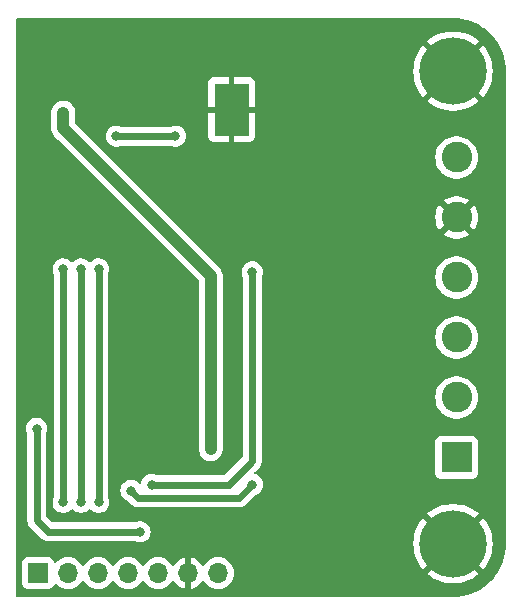
<source format=gbr>
%TF.GenerationSoftware,KiCad,Pcbnew,8.0.4*%
%TF.CreationDate,2024-07-28T20:40:06+02:00*%
%TF.ProjectId,DCWiFiSwitch,44435769-4669-4537-9769-7463682e6b69,rev?*%
%TF.SameCoordinates,Original*%
%TF.FileFunction,Copper,L2,Bot*%
%TF.FilePolarity,Positive*%
%FSLAX46Y46*%
G04 Gerber Fmt 4.6, Leading zero omitted, Abs format (unit mm)*
G04 Created by KiCad (PCBNEW 8.0.4) date 2024-07-28 20:40:06*
%MOMM*%
%LPD*%
G01*
G04 APERTURE LIST*
%TA.AperFunction,ComponentPad*%
%ADD10C,5.700000*%
%TD*%
%TA.AperFunction,ComponentPad*%
%ADD11C,0.600000*%
%TD*%
%TA.AperFunction,SMDPad,CuDef*%
%ADD12R,2.950000X4.500000*%
%TD*%
%TA.AperFunction,ComponentPad*%
%ADD13R,2.600000X2.600000*%
%TD*%
%TA.AperFunction,ComponentPad*%
%ADD14C,2.600000*%
%TD*%
%TA.AperFunction,ComponentPad*%
%ADD15R,1.700000X1.700000*%
%TD*%
%TA.AperFunction,ComponentPad*%
%ADD16O,1.700000X1.700000*%
%TD*%
%TA.AperFunction,ViaPad*%
%ADD17C,0.800000*%
%TD*%
%TA.AperFunction,Conductor*%
%ADD18C,0.600000*%
%TD*%
%TA.AperFunction,Conductor*%
%ADD19C,1.000000*%
%TD*%
G04 APERTURE END LIST*
D10*
%TO.P,H3,1,1*%
%TO.N,GND*%
X135000000Y-45000000D03*
%TD*%
%TO.P,H4,1,1*%
%TO.N,GND*%
X135000000Y-85000000D03*
%TD*%
D11*
%TO.P,U1,9,GNDPAD*%
%TO.N,GND*%
X115650000Y-46450000D03*
X115650000Y-47650000D03*
X115650000Y-48950000D03*
X115650000Y-50050000D03*
D12*
X116250000Y-48250000D03*
D11*
X116850000Y-46450000D03*
X116850000Y-47650000D03*
X116850000Y-48950000D03*
X116850000Y-50050000D03*
%TD*%
D13*
%TO.P,J1,1,Pin_1*%
%TO.N,OUT2_N*%
X135305000Y-77700000D03*
D14*
%TO.P,J1,2,Pin_2*%
%TO.N,OUT2_P*%
X135305000Y-72620000D03*
%TO.P,J1,3,Pin_3*%
%TO.N,OUT1_N*%
X135305000Y-67540000D03*
%TO.P,J1,4,Pin_4*%
%TO.N,OUT1_P*%
X135305000Y-62460000D03*
%TO.P,J1,5,Pin_5*%
%TO.N,GND*%
X135305000Y-57380000D03*
%TO.P,J1,6,Pin_6*%
%TO.N,PWR_INPUT*%
X135305000Y-52300000D03*
%TD*%
D15*
%TO.P,J2,1,Pin_1*%
%TO.N,ADC*%
X99880000Y-87500000D03*
D16*
%TO.P,J2,2,Pin_2*%
%TO.N,TXD*%
X102420000Y-87500000D03*
%TO.P,J2,3,Pin_3*%
%TO.N,RXD*%
X104960000Y-87500000D03*
%TO.P,J2,4,Pin_4*%
%TO.N,BOOT*%
X107500000Y-87500000D03*
%TO.P,J2,5,Pin_5*%
%TO.N,NRST*%
X110040000Y-87500000D03*
%TO.P,J2,6,Pin_6*%
%TO.N,GND*%
X112580000Y-87500000D03*
%TO.P,J2,7,Pin_7*%
%TO.N,+3V3*%
X115120000Y-87500000D03*
%TD*%
D17*
%TO.N,GND*%
X98500000Y-76500000D03*
X131500000Y-62500000D03*
X138000000Y-81500000D03*
X131500000Y-76500000D03*
X98750000Y-54000000D03*
X130000000Y-88500000D03*
X115500000Y-54500000D03*
X120500000Y-78000000D03*
X98750000Y-85000000D03*
X109000000Y-60750000D03*
X110000000Y-75000000D03*
X105500000Y-41500000D03*
X138000000Y-49000000D03*
X131500000Y-66500000D03*
X109000000Y-69250000D03*
X124000000Y-44500000D03*
X123500000Y-80000000D03*
X99000000Y-62500000D03*
X99000000Y-69250000D03*
X130500000Y-68500000D03*
X133000000Y-55500000D03*
X113750000Y-85000000D03*
X116500000Y-53000000D03*
X109000000Y-67500000D03*
X131500000Y-77500000D03*
X131500000Y-67500000D03*
X120500000Y-60000000D03*
X124500000Y-89000000D03*
X109500000Y-78500000D03*
X104750000Y-50500000D03*
X99000000Y-67500000D03*
X99000000Y-65000000D03*
X125500000Y-56000000D03*
X108000000Y-47500000D03*
X109000000Y-62500000D03*
X123500000Y-59000000D03*
X132000000Y-88500000D03*
X125500000Y-74000000D03*
X123500000Y-62000000D03*
X125500000Y-71000000D03*
X132500000Y-54000000D03*
X131500000Y-55500000D03*
X124000000Y-42000000D03*
X109500000Y-76500000D03*
X100500000Y-41500000D03*
X130500000Y-84500000D03*
X125500000Y-53000000D03*
X131500000Y-61500000D03*
X123500000Y-77000000D03*
%TO.N,+3V3*%
X102000000Y-50000000D03*
X114500000Y-77000000D03*
X114500000Y-75000000D03*
X102000000Y-48500000D03*
%TO.N,TXD*%
X102000000Y-61750000D03*
X102000000Y-81500000D03*
%TO.N,BOOT*%
X105000000Y-61750000D03*
X105000000Y-81500000D03*
%TO.N,RXD*%
X103500000Y-81500000D03*
X103500000Y-61750000D03*
%TO.N,NRST*%
X99750000Y-75250000D03*
X108500000Y-84000000D03*
%TO.N,Net-(U1-VSENSE)*%
X106500000Y-50500000D03*
X111500000Y-50500000D03*
%TO.N,CTRL1*%
X109500000Y-80000000D03*
X118000000Y-62000000D03*
%TO.N,CTRL2*%
X118000000Y-80000000D03*
X107750000Y-80500000D03*
%TD*%
D18*
%TO.N,NRST*%
X99750000Y-83000000D02*
X100750000Y-84000000D01*
X99750000Y-75250000D02*
X99750000Y-83000000D01*
D19*
%TO.N,+3V3*%
X102000000Y-48500000D02*
X102000000Y-49838478D01*
X102000000Y-49838478D02*
X114500000Y-62338478D01*
X114500000Y-62338478D02*
X114500000Y-77000000D01*
D18*
X102000000Y-50000000D02*
X102000000Y-50055635D01*
%TO.N,TXD*%
X102000000Y-61750000D02*
X102000000Y-81500000D01*
%TO.N,BOOT*%
X105000000Y-61750000D02*
X105000000Y-81500000D01*
%TO.N,RXD*%
X103500000Y-61750000D02*
X103500000Y-81500000D01*
%TO.N,NRST*%
X108500000Y-84000000D02*
X100750000Y-84000000D01*
%TO.N,Net-(U1-VSENSE)*%
X106500000Y-50500000D02*
X111500000Y-50500000D01*
%TO.N,CTRL1*%
X116000000Y-80000000D02*
X118000000Y-78000000D01*
X116000000Y-80000000D02*
X109500000Y-80000000D01*
X118000000Y-78000000D02*
X118000000Y-62000000D01*
%TO.N,CTRL2*%
X108350000Y-81100000D02*
X116900000Y-81100000D01*
X116900000Y-81100000D02*
X118000000Y-80000000D01*
X108350000Y-81100000D02*
X107750000Y-80500000D01*
%TD*%
%TA.AperFunction,Conductor*%
%TO.N,GND*%
G36*
X135002702Y-40500617D02*
G01*
X135386771Y-40517386D01*
X135397506Y-40518326D01*
X135775971Y-40568152D01*
X135786597Y-40570025D01*
X136159284Y-40652648D01*
X136169710Y-40655442D01*
X136533765Y-40770227D01*
X136543911Y-40773920D01*
X136896578Y-40920000D01*
X136906369Y-40924566D01*
X137244942Y-41100816D01*
X137254310Y-41106224D01*
X137576244Y-41311318D01*
X137585105Y-41317523D01*
X137887930Y-41549889D01*
X137896217Y-41556843D01*
X138177635Y-41814715D01*
X138185284Y-41822364D01*
X138443156Y-42103782D01*
X138450110Y-42112069D01*
X138682476Y-42414894D01*
X138688681Y-42423755D01*
X138893775Y-42745689D01*
X138899183Y-42755057D01*
X139075430Y-43093623D01*
X139080002Y-43103427D01*
X139226075Y-43456078D01*
X139229775Y-43466244D01*
X139344554Y-43830278D01*
X139347354Y-43840727D01*
X139429971Y-44213389D01*
X139431849Y-44224042D01*
X139481671Y-44602473D01*
X139482614Y-44613249D01*
X139499382Y-44997297D01*
X139499500Y-45002706D01*
X139499500Y-84997293D01*
X139499382Y-85002702D01*
X139482614Y-85386750D01*
X139481671Y-85397526D01*
X139431849Y-85775957D01*
X139429971Y-85786610D01*
X139347354Y-86159272D01*
X139344554Y-86169721D01*
X139229775Y-86533755D01*
X139226075Y-86543921D01*
X139080002Y-86896572D01*
X139075430Y-86906376D01*
X138899183Y-87244942D01*
X138893775Y-87254310D01*
X138688681Y-87576244D01*
X138682476Y-87585105D01*
X138450110Y-87887930D01*
X138443156Y-87896217D01*
X138185284Y-88177635D01*
X138177635Y-88185284D01*
X137896217Y-88443156D01*
X137887930Y-88450110D01*
X137585105Y-88682476D01*
X137576244Y-88688681D01*
X137254310Y-88893775D01*
X137244942Y-88899183D01*
X136906376Y-89075430D01*
X136896572Y-89080002D01*
X136543921Y-89226075D01*
X136533755Y-89229775D01*
X136169721Y-89344554D01*
X136159272Y-89347354D01*
X135786610Y-89429971D01*
X135775957Y-89431849D01*
X135397526Y-89481671D01*
X135386750Y-89482614D01*
X135002703Y-89499382D01*
X134997294Y-89499500D01*
X98124000Y-89499500D01*
X98056961Y-89479815D01*
X98011206Y-89427011D01*
X98000000Y-89375500D01*
X98000000Y-86602135D01*
X98529500Y-86602135D01*
X98529500Y-88397870D01*
X98529501Y-88397876D01*
X98535908Y-88457483D01*
X98586202Y-88592328D01*
X98586206Y-88592335D01*
X98672452Y-88707544D01*
X98672455Y-88707547D01*
X98787664Y-88793793D01*
X98787671Y-88793797D01*
X98922517Y-88844091D01*
X98922516Y-88844091D01*
X98929444Y-88844835D01*
X98982127Y-88850500D01*
X100777872Y-88850499D01*
X100837483Y-88844091D01*
X100972331Y-88793796D01*
X101087546Y-88707546D01*
X101173796Y-88592331D01*
X101222810Y-88460916D01*
X101264681Y-88404984D01*
X101330145Y-88380566D01*
X101398418Y-88395417D01*
X101426673Y-88416569D01*
X101548599Y-88538495D01*
X101645384Y-88606265D01*
X101742165Y-88674032D01*
X101742167Y-88674033D01*
X101742170Y-88674035D01*
X101956337Y-88773903D01*
X102184592Y-88835063D01*
X102361034Y-88850500D01*
X102419999Y-88855659D01*
X102420000Y-88855659D01*
X102420001Y-88855659D01*
X102478966Y-88850500D01*
X102655408Y-88835063D01*
X102883663Y-88773903D01*
X103097830Y-88674035D01*
X103291401Y-88538495D01*
X103458495Y-88371401D01*
X103588425Y-88185842D01*
X103643002Y-88142217D01*
X103712500Y-88135023D01*
X103774855Y-88166546D01*
X103791575Y-88185842D01*
X103921500Y-88371395D01*
X103921505Y-88371401D01*
X104088599Y-88538495D01*
X104185384Y-88606265D01*
X104282165Y-88674032D01*
X104282167Y-88674033D01*
X104282170Y-88674035D01*
X104496337Y-88773903D01*
X104724592Y-88835063D01*
X104901034Y-88850500D01*
X104959999Y-88855659D01*
X104960000Y-88855659D01*
X104960001Y-88855659D01*
X105018966Y-88850500D01*
X105195408Y-88835063D01*
X105423663Y-88773903D01*
X105637830Y-88674035D01*
X105831401Y-88538495D01*
X105998495Y-88371401D01*
X106128425Y-88185842D01*
X106183002Y-88142217D01*
X106252500Y-88135023D01*
X106314855Y-88166546D01*
X106331575Y-88185842D01*
X106461500Y-88371395D01*
X106461505Y-88371401D01*
X106628599Y-88538495D01*
X106725384Y-88606265D01*
X106822165Y-88674032D01*
X106822167Y-88674033D01*
X106822170Y-88674035D01*
X107036337Y-88773903D01*
X107264592Y-88835063D01*
X107441034Y-88850500D01*
X107499999Y-88855659D01*
X107500000Y-88855659D01*
X107500001Y-88855659D01*
X107558966Y-88850500D01*
X107735408Y-88835063D01*
X107963663Y-88773903D01*
X108177830Y-88674035D01*
X108371401Y-88538495D01*
X108538495Y-88371401D01*
X108668425Y-88185842D01*
X108723002Y-88142217D01*
X108792500Y-88135023D01*
X108854855Y-88166546D01*
X108871575Y-88185842D01*
X109001500Y-88371395D01*
X109001505Y-88371401D01*
X109168599Y-88538495D01*
X109265384Y-88606265D01*
X109362165Y-88674032D01*
X109362167Y-88674033D01*
X109362170Y-88674035D01*
X109576337Y-88773903D01*
X109804592Y-88835063D01*
X109981034Y-88850500D01*
X110039999Y-88855659D01*
X110040000Y-88855659D01*
X110040001Y-88855659D01*
X110098966Y-88850500D01*
X110275408Y-88835063D01*
X110503663Y-88773903D01*
X110717830Y-88674035D01*
X110911401Y-88538495D01*
X111078495Y-88371401D01*
X111208730Y-88185405D01*
X111263307Y-88141781D01*
X111332805Y-88134587D01*
X111395160Y-88166110D01*
X111411879Y-88185405D01*
X111541890Y-88371078D01*
X111708917Y-88538105D01*
X111902421Y-88673600D01*
X112116507Y-88773429D01*
X112116516Y-88773433D01*
X112330000Y-88830634D01*
X112330000Y-87933012D01*
X112387007Y-87965925D01*
X112514174Y-88000000D01*
X112645826Y-88000000D01*
X112772993Y-87965925D01*
X112830000Y-87933012D01*
X112830000Y-88830633D01*
X113043483Y-88773433D01*
X113043492Y-88773429D01*
X113257578Y-88673600D01*
X113451082Y-88538105D01*
X113618105Y-88371082D01*
X113748119Y-88185405D01*
X113802696Y-88141781D01*
X113872195Y-88134588D01*
X113934549Y-88166110D01*
X113951269Y-88185405D01*
X114081505Y-88371401D01*
X114248599Y-88538495D01*
X114345384Y-88606265D01*
X114442165Y-88674032D01*
X114442167Y-88674033D01*
X114442170Y-88674035D01*
X114656337Y-88773903D01*
X114884592Y-88835063D01*
X115061034Y-88850500D01*
X115119999Y-88855659D01*
X115120000Y-88855659D01*
X115120001Y-88855659D01*
X115178966Y-88850500D01*
X115355408Y-88835063D01*
X115583663Y-88773903D01*
X115797830Y-88674035D01*
X115991401Y-88538495D01*
X116158495Y-88371401D01*
X116294035Y-88177830D01*
X116393903Y-87963663D01*
X116455063Y-87735408D01*
X116475659Y-87500000D01*
X116455063Y-87264592D01*
X116393903Y-87036337D01*
X116294035Y-86822171D01*
X116288731Y-86814595D01*
X116158494Y-86628597D01*
X115991402Y-86461506D01*
X115991395Y-86461501D01*
X115797834Y-86325967D01*
X115797830Y-86325965D01*
X115797828Y-86325964D01*
X115583663Y-86226097D01*
X115583659Y-86226096D01*
X115583655Y-86226094D01*
X115355413Y-86164938D01*
X115355403Y-86164936D01*
X115120001Y-86144341D01*
X115119999Y-86144341D01*
X114884596Y-86164936D01*
X114884586Y-86164938D01*
X114656344Y-86226094D01*
X114656335Y-86226098D01*
X114442171Y-86325964D01*
X114442169Y-86325965D01*
X114248597Y-86461505D01*
X114081508Y-86628594D01*
X113951269Y-86814595D01*
X113896692Y-86858219D01*
X113827193Y-86865412D01*
X113764839Y-86833890D01*
X113748119Y-86814594D01*
X113618113Y-86628926D01*
X113618108Y-86628920D01*
X113451082Y-86461894D01*
X113257578Y-86326399D01*
X113043492Y-86226570D01*
X113043486Y-86226567D01*
X112830000Y-86169364D01*
X112830000Y-87066988D01*
X112772993Y-87034075D01*
X112645826Y-87000000D01*
X112514174Y-87000000D01*
X112387007Y-87034075D01*
X112330000Y-87066988D01*
X112330000Y-86169364D01*
X112329999Y-86169364D01*
X112116513Y-86226567D01*
X112116507Y-86226570D01*
X111902422Y-86326399D01*
X111902420Y-86326400D01*
X111708926Y-86461886D01*
X111708920Y-86461891D01*
X111541891Y-86628920D01*
X111541890Y-86628922D01*
X111411880Y-86814595D01*
X111357303Y-86858219D01*
X111287804Y-86865412D01*
X111225450Y-86833890D01*
X111208730Y-86814594D01*
X111078494Y-86628597D01*
X110911402Y-86461506D01*
X110911395Y-86461501D01*
X110717834Y-86325967D01*
X110717830Y-86325965D01*
X110717828Y-86325964D01*
X110503663Y-86226097D01*
X110503659Y-86226096D01*
X110503655Y-86226094D01*
X110275413Y-86164938D01*
X110275403Y-86164936D01*
X110040001Y-86144341D01*
X110039999Y-86144341D01*
X109804596Y-86164936D01*
X109804586Y-86164938D01*
X109576344Y-86226094D01*
X109576335Y-86226098D01*
X109362171Y-86325964D01*
X109362169Y-86325965D01*
X109168597Y-86461505D01*
X109001505Y-86628597D01*
X108871575Y-86814158D01*
X108816998Y-86857783D01*
X108747500Y-86864977D01*
X108685145Y-86833454D01*
X108668425Y-86814158D01*
X108538494Y-86628597D01*
X108371402Y-86461506D01*
X108371395Y-86461501D01*
X108177834Y-86325967D01*
X108177830Y-86325965D01*
X108177828Y-86325964D01*
X107963663Y-86226097D01*
X107963659Y-86226096D01*
X107963655Y-86226094D01*
X107735413Y-86164938D01*
X107735403Y-86164936D01*
X107500001Y-86144341D01*
X107499999Y-86144341D01*
X107264596Y-86164936D01*
X107264586Y-86164938D01*
X107036344Y-86226094D01*
X107036335Y-86226098D01*
X106822171Y-86325964D01*
X106822169Y-86325965D01*
X106628597Y-86461505D01*
X106461505Y-86628597D01*
X106331575Y-86814158D01*
X106276998Y-86857783D01*
X106207500Y-86864977D01*
X106145145Y-86833454D01*
X106128425Y-86814158D01*
X105998494Y-86628597D01*
X105831402Y-86461506D01*
X105831395Y-86461501D01*
X105637834Y-86325967D01*
X105637830Y-86325965D01*
X105637828Y-86325964D01*
X105423663Y-86226097D01*
X105423659Y-86226096D01*
X105423655Y-86226094D01*
X105195413Y-86164938D01*
X105195403Y-86164936D01*
X104960001Y-86144341D01*
X104959999Y-86144341D01*
X104724596Y-86164936D01*
X104724586Y-86164938D01*
X104496344Y-86226094D01*
X104496335Y-86226098D01*
X104282171Y-86325964D01*
X104282169Y-86325965D01*
X104088597Y-86461505D01*
X103921505Y-86628597D01*
X103791575Y-86814158D01*
X103736998Y-86857783D01*
X103667500Y-86864977D01*
X103605145Y-86833454D01*
X103588425Y-86814158D01*
X103458494Y-86628597D01*
X103291402Y-86461506D01*
X103291395Y-86461501D01*
X103097834Y-86325967D01*
X103097830Y-86325965D01*
X103097828Y-86325964D01*
X102883663Y-86226097D01*
X102883659Y-86226096D01*
X102883655Y-86226094D01*
X102655413Y-86164938D01*
X102655403Y-86164936D01*
X102420001Y-86144341D01*
X102419999Y-86144341D01*
X102184596Y-86164936D01*
X102184586Y-86164938D01*
X101956344Y-86226094D01*
X101956335Y-86226098D01*
X101742171Y-86325964D01*
X101742169Y-86325965D01*
X101548600Y-86461503D01*
X101426673Y-86583430D01*
X101365350Y-86616914D01*
X101295658Y-86611930D01*
X101239725Y-86570058D01*
X101222810Y-86539081D01*
X101173797Y-86407671D01*
X101173793Y-86407664D01*
X101087547Y-86292455D01*
X101087544Y-86292452D01*
X100972335Y-86206206D01*
X100972328Y-86206202D01*
X100837482Y-86155908D01*
X100837483Y-86155908D01*
X100777883Y-86149501D01*
X100777881Y-86149500D01*
X100777873Y-86149500D01*
X100777864Y-86149500D01*
X98982129Y-86149500D01*
X98982123Y-86149501D01*
X98922516Y-86155908D01*
X98787671Y-86206202D01*
X98787664Y-86206206D01*
X98672455Y-86292452D01*
X98672452Y-86292455D01*
X98586206Y-86407664D01*
X98586202Y-86407671D01*
X98535908Y-86542517D01*
X98529501Y-86602116D01*
X98529500Y-86602135D01*
X98000000Y-86602135D01*
X98000000Y-84999997D01*
X131645080Y-84999997D01*
X131645080Y-85000002D01*
X131664746Y-85362728D01*
X131723517Y-85721214D01*
X131723519Y-85721222D01*
X131820695Y-86071220D01*
X131820697Y-86071227D01*
X131955152Y-86408684D01*
X131955161Y-86408702D01*
X132125316Y-86729647D01*
X132125318Y-86729651D01*
X132329170Y-87030309D01*
X132329177Y-87030319D01*
X132460969Y-87185475D01*
X132460970Y-87185475D01*
X133705748Y-85940698D01*
X133779588Y-86042330D01*
X133957670Y-86220412D01*
X134059300Y-86294251D01*
X132811888Y-87541662D01*
X132811888Y-87541664D01*
X132828070Y-87556992D01*
X132828071Y-87556993D01*
X133117266Y-87776832D01*
X133117282Y-87776843D01*
X133428522Y-87964109D01*
X133428535Y-87964116D01*
X133758205Y-88116639D01*
X133758210Y-88116640D01*
X134102461Y-88232632D01*
X134457235Y-88310724D01*
X134818366Y-88349999D01*
X134818374Y-88350000D01*
X135181626Y-88350000D01*
X135181633Y-88349999D01*
X135542764Y-88310724D01*
X135897538Y-88232632D01*
X136241789Y-88116640D01*
X136241794Y-88116639D01*
X136571464Y-87964116D01*
X136571477Y-87964109D01*
X136882717Y-87776843D01*
X136882733Y-87776832D01*
X137171929Y-87556992D01*
X137188110Y-87541664D01*
X137188110Y-87541663D01*
X135940698Y-86294251D01*
X136042330Y-86220412D01*
X136220412Y-86042330D01*
X136294251Y-85940698D01*
X137539028Y-87185475D01*
X137539029Y-87185475D01*
X137670827Y-87030311D01*
X137670838Y-87030297D01*
X137874681Y-86729651D01*
X137874683Y-86729647D01*
X138044838Y-86408702D01*
X138044847Y-86408684D01*
X138179302Y-86071227D01*
X138179304Y-86071220D01*
X138276480Y-85721222D01*
X138276482Y-85721214D01*
X138335253Y-85362728D01*
X138354920Y-85000002D01*
X138354920Y-84999997D01*
X138335253Y-84637271D01*
X138276482Y-84278785D01*
X138276480Y-84278777D01*
X138179304Y-83928779D01*
X138179302Y-83928772D01*
X138044847Y-83591315D01*
X138044838Y-83591297D01*
X137874683Y-83270352D01*
X137874681Y-83270348D01*
X137670829Y-82969690D01*
X137670822Y-82969680D01*
X137539029Y-82814523D01*
X137539028Y-82814523D01*
X136294251Y-84059300D01*
X136220412Y-83957670D01*
X136042330Y-83779588D01*
X135940698Y-83705748D01*
X137188110Y-82458336D01*
X137188110Y-82458334D01*
X137171929Y-82443007D01*
X137171928Y-82443006D01*
X136882733Y-82223167D01*
X136882717Y-82223156D01*
X136571477Y-82035890D01*
X136571464Y-82035883D01*
X136241794Y-81883360D01*
X136241789Y-81883359D01*
X135897538Y-81767367D01*
X135542764Y-81689275D01*
X135181633Y-81650000D01*
X134818366Y-81650000D01*
X134457235Y-81689275D01*
X134102461Y-81767367D01*
X133758210Y-81883359D01*
X133758205Y-81883360D01*
X133428535Y-82035883D01*
X133428522Y-82035890D01*
X133117282Y-82223156D01*
X133117266Y-82223167D01*
X132828075Y-82443002D01*
X132811888Y-82458335D01*
X132811887Y-82458335D01*
X134059301Y-83705748D01*
X133957670Y-83779588D01*
X133779588Y-83957670D01*
X133705748Y-84059300D01*
X132460970Y-82814522D01*
X132460969Y-82814523D01*
X132329177Y-82969680D01*
X132329170Y-82969690D01*
X132125318Y-83270348D01*
X132125316Y-83270352D01*
X131955161Y-83591297D01*
X131955152Y-83591315D01*
X131820697Y-83928772D01*
X131820695Y-83928779D01*
X131723519Y-84278777D01*
X131723517Y-84278785D01*
X131664746Y-84637271D01*
X131645080Y-84999997D01*
X98000000Y-84999997D01*
X98000000Y-75250000D01*
X98844540Y-75250000D01*
X98864326Y-75438256D01*
X98864327Y-75438259D01*
X98922818Y-75618277D01*
X98922819Y-75618279D01*
X98922821Y-75618284D01*
X98932887Y-75635720D01*
X98949500Y-75697718D01*
X98949500Y-83078846D01*
X98980261Y-83233489D01*
X98980264Y-83233501D01*
X99040602Y-83379172D01*
X99040609Y-83379185D01*
X99128210Y-83510288D01*
X99128213Y-83510292D01*
X100239707Y-84621786D01*
X100239711Y-84621789D01*
X100370814Y-84709390D01*
X100370818Y-84709392D01*
X100370821Y-84709394D01*
X100516503Y-84769738D01*
X100671153Y-84800499D01*
X100671157Y-84800500D01*
X100671158Y-84800500D01*
X108057633Y-84800500D01*
X108108069Y-84811221D01*
X108220192Y-84861142D01*
X108220197Y-84861144D01*
X108405354Y-84900500D01*
X108405355Y-84900500D01*
X108594644Y-84900500D01*
X108594646Y-84900500D01*
X108779803Y-84861144D01*
X108952730Y-84784151D01*
X109105871Y-84672888D01*
X109232533Y-84532216D01*
X109327179Y-84368284D01*
X109385674Y-84188256D01*
X109405460Y-84000000D01*
X109385674Y-83811744D01*
X109327179Y-83631716D01*
X109232533Y-83467784D01*
X109105871Y-83327112D01*
X109105870Y-83327111D01*
X108952734Y-83215851D01*
X108952729Y-83215848D01*
X108779807Y-83138857D01*
X108779802Y-83138855D01*
X108634001Y-83107865D01*
X108594646Y-83099500D01*
X108405354Y-83099500D01*
X108372897Y-83106398D01*
X108220197Y-83138855D01*
X108220192Y-83138857D01*
X108108069Y-83188779D01*
X108057633Y-83199500D01*
X101132940Y-83199500D01*
X101065901Y-83179815D01*
X101045259Y-83163181D01*
X100586819Y-82704741D01*
X100553334Y-82643418D01*
X100550500Y-82617060D01*
X100550500Y-75697718D01*
X100567112Y-75635720D01*
X100577179Y-75618284D01*
X100635674Y-75438256D01*
X100655460Y-75250000D01*
X100635674Y-75061744D01*
X100577179Y-74881716D01*
X100482533Y-74717784D01*
X100355871Y-74577112D01*
X100355870Y-74577111D01*
X100202734Y-74465851D01*
X100202729Y-74465848D01*
X100029807Y-74388857D01*
X100029802Y-74388855D01*
X99884001Y-74357865D01*
X99844646Y-74349500D01*
X99655354Y-74349500D01*
X99622897Y-74356398D01*
X99470197Y-74388855D01*
X99470192Y-74388857D01*
X99297270Y-74465848D01*
X99297265Y-74465851D01*
X99144129Y-74577111D01*
X99017466Y-74717785D01*
X98922821Y-74881715D01*
X98922818Y-74881722D01*
X98864327Y-75061740D01*
X98864326Y-75061744D01*
X98844540Y-75250000D01*
X98000000Y-75250000D01*
X98000000Y-61750000D01*
X101094540Y-61750000D01*
X101114326Y-61938256D01*
X101114327Y-61938259D01*
X101172818Y-62118277D01*
X101172819Y-62118279D01*
X101172821Y-62118284D01*
X101182887Y-62135720D01*
X101199500Y-62197718D01*
X101199500Y-81052279D01*
X101182888Y-81114277D01*
X101172821Y-81131713D01*
X101114327Y-81311740D01*
X101114326Y-81311744D01*
X101094540Y-81500000D01*
X101114326Y-81688256D01*
X101114327Y-81688259D01*
X101172818Y-81868277D01*
X101172821Y-81868284D01*
X101267467Y-82032216D01*
X101394129Y-82172888D01*
X101547265Y-82284148D01*
X101547270Y-82284151D01*
X101720192Y-82361142D01*
X101720197Y-82361144D01*
X101905354Y-82400500D01*
X101905355Y-82400500D01*
X102094644Y-82400500D01*
X102094646Y-82400500D01*
X102279803Y-82361144D01*
X102452730Y-82284151D01*
X102605871Y-82172888D01*
X102657851Y-82115158D01*
X102717336Y-82078510D01*
X102787193Y-82079840D01*
X102842148Y-82115158D01*
X102894129Y-82172888D01*
X103047265Y-82284148D01*
X103047270Y-82284151D01*
X103220192Y-82361142D01*
X103220197Y-82361144D01*
X103405354Y-82400500D01*
X103405355Y-82400500D01*
X103594644Y-82400500D01*
X103594646Y-82400500D01*
X103779803Y-82361144D01*
X103952730Y-82284151D01*
X104105871Y-82172888D01*
X104157851Y-82115158D01*
X104217336Y-82078510D01*
X104287193Y-82079840D01*
X104342148Y-82115158D01*
X104394129Y-82172888D01*
X104547265Y-82284148D01*
X104547270Y-82284151D01*
X104720192Y-82361142D01*
X104720197Y-82361144D01*
X104905354Y-82400500D01*
X104905355Y-82400500D01*
X105094644Y-82400500D01*
X105094646Y-82400500D01*
X105279803Y-82361144D01*
X105452730Y-82284151D01*
X105605871Y-82172888D01*
X105732533Y-82032216D01*
X105827179Y-81868284D01*
X105885674Y-81688256D01*
X105905460Y-81500000D01*
X105885674Y-81311744D01*
X105827179Y-81131716D01*
X105827178Y-81131715D01*
X105827178Y-81131713D01*
X105817112Y-81114277D01*
X105800500Y-81052279D01*
X105800500Y-80500000D01*
X106844540Y-80500000D01*
X106864326Y-80688256D01*
X106864327Y-80688259D01*
X106922818Y-80868277D01*
X106922821Y-80868284D01*
X107017467Y-81032216D01*
X107144129Y-81172888D01*
X107297265Y-81284148D01*
X107297270Y-81284151D01*
X107465190Y-81358915D01*
X107502435Y-81384513D01*
X107728211Y-81610289D01*
X107806178Y-81688256D01*
X107839712Y-81721790D01*
X107970814Y-81809390D01*
X107970827Y-81809397D01*
X108112978Y-81868277D01*
X108112995Y-81868284D01*
X108116503Y-81869737D01*
X108116504Y-81869737D01*
X108116506Y-81869738D01*
X108271154Y-81900500D01*
X108271157Y-81900500D01*
X116978844Y-81900500D01*
X116978845Y-81900499D01*
X117133497Y-81869737D01*
X117279179Y-81809394D01*
X117410289Y-81721789D01*
X118247566Y-80884510D01*
X118284801Y-80858918D01*
X118452730Y-80784151D01*
X118605871Y-80672888D01*
X118732533Y-80532216D01*
X118827179Y-80368284D01*
X118885674Y-80188256D01*
X118905460Y-80000000D01*
X118885674Y-79811744D01*
X118827179Y-79631716D01*
X118732533Y-79467784D01*
X118605871Y-79327112D01*
X118605870Y-79327111D01*
X118452734Y-79215851D01*
X118452729Y-79215848D01*
X118279807Y-79138857D01*
X118279800Y-79138855D01*
X118266848Y-79136102D01*
X118205366Y-79102910D01*
X118171589Y-79041747D01*
X118176241Y-78972033D01*
X118204947Y-78927131D01*
X118621788Y-78510290D01*
X118621789Y-78510289D01*
X118662406Y-78449501D01*
X118709394Y-78379179D01*
X118769737Y-78233497D01*
X118800500Y-78078842D01*
X118800500Y-76352135D01*
X133504500Y-76352135D01*
X133504500Y-79047870D01*
X133504501Y-79047876D01*
X133510908Y-79107483D01*
X133561202Y-79242328D01*
X133561206Y-79242335D01*
X133647452Y-79357544D01*
X133647455Y-79357547D01*
X133762664Y-79443793D01*
X133762671Y-79443797D01*
X133897517Y-79494091D01*
X133897516Y-79494091D01*
X133904444Y-79494835D01*
X133957127Y-79500500D01*
X136652872Y-79500499D01*
X136712483Y-79494091D01*
X136847331Y-79443796D01*
X136962546Y-79357546D01*
X137048796Y-79242331D01*
X137099091Y-79107483D01*
X137105500Y-79047873D01*
X137105499Y-76352128D01*
X137099091Y-76292517D01*
X137048796Y-76157669D01*
X137048795Y-76157668D01*
X137048793Y-76157664D01*
X136962547Y-76042455D01*
X136962544Y-76042452D01*
X136847335Y-75956206D01*
X136847328Y-75956202D01*
X136712482Y-75905908D01*
X136712483Y-75905908D01*
X136652883Y-75899501D01*
X136652881Y-75899500D01*
X136652873Y-75899500D01*
X136652864Y-75899500D01*
X133957129Y-75899500D01*
X133957123Y-75899501D01*
X133897516Y-75905908D01*
X133762671Y-75956202D01*
X133762664Y-75956206D01*
X133647455Y-76042452D01*
X133647452Y-76042455D01*
X133561206Y-76157664D01*
X133561202Y-76157671D01*
X133510908Y-76292517D01*
X133504501Y-76352116D01*
X133504501Y-76352123D01*
X133504500Y-76352135D01*
X118800500Y-76352135D01*
X118800500Y-72619995D01*
X133499451Y-72619995D01*
X133499451Y-72620004D01*
X133519616Y-72889101D01*
X133579664Y-73152188D01*
X133579666Y-73152195D01*
X133678257Y-73403398D01*
X133813185Y-73637102D01*
X133949080Y-73807509D01*
X133981442Y-73848089D01*
X134168183Y-74021358D01*
X134179259Y-74031635D01*
X134402226Y-74183651D01*
X134645359Y-74300738D01*
X134903228Y-74380280D01*
X134903229Y-74380280D01*
X134903232Y-74380281D01*
X135170063Y-74420499D01*
X135170068Y-74420499D01*
X135170071Y-74420500D01*
X135170072Y-74420500D01*
X135439928Y-74420500D01*
X135439929Y-74420500D01*
X135439936Y-74420499D01*
X135706767Y-74380281D01*
X135706768Y-74380280D01*
X135706772Y-74380280D01*
X135964641Y-74300738D01*
X136207775Y-74183651D01*
X136430741Y-74031635D01*
X136628561Y-73848085D01*
X136796815Y-73637102D01*
X136931743Y-73403398D01*
X137030334Y-73152195D01*
X137090383Y-72889103D01*
X137110549Y-72620000D01*
X137090383Y-72350897D01*
X137030334Y-72087805D01*
X136931743Y-71836602D01*
X136796815Y-71602898D01*
X136628561Y-71391915D01*
X136628560Y-71391914D01*
X136628557Y-71391910D01*
X136430741Y-71208365D01*
X136207775Y-71056349D01*
X136207769Y-71056346D01*
X136207768Y-71056345D01*
X136207767Y-71056344D01*
X135964643Y-70939263D01*
X135964645Y-70939263D01*
X135706773Y-70859720D01*
X135706767Y-70859718D01*
X135439936Y-70819500D01*
X135439929Y-70819500D01*
X135170071Y-70819500D01*
X135170063Y-70819500D01*
X134903232Y-70859718D01*
X134903226Y-70859720D01*
X134645358Y-70939262D01*
X134402230Y-71056346D01*
X134179258Y-71208365D01*
X133981442Y-71391910D01*
X133813185Y-71602898D01*
X133678258Y-71836599D01*
X133678256Y-71836603D01*
X133579666Y-72087804D01*
X133579664Y-72087811D01*
X133519616Y-72350898D01*
X133499451Y-72619995D01*
X118800500Y-72619995D01*
X118800500Y-67539995D01*
X133499451Y-67539995D01*
X133499451Y-67540004D01*
X133519616Y-67809101D01*
X133579664Y-68072188D01*
X133579666Y-68072195D01*
X133678257Y-68323398D01*
X133813185Y-68557102D01*
X133949080Y-68727509D01*
X133981442Y-68768089D01*
X134168183Y-68941358D01*
X134179259Y-68951635D01*
X134402226Y-69103651D01*
X134645359Y-69220738D01*
X134903228Y-69300280D01*
X134903229Y-69300280D01*
X134903232Y-69300281D01*
X135170063Y-69340499D01*
X135170068Y-69340499D01*
X135170071Y-69340500D01*
X135170072Y-69340500D01*
X135439928Y-69340500D01*
X135439929Y-69340500D01*
X135439936Y-69340499D01*
X135706767Y-69300281D01*
X135706768Y-69300280D01*
X135706772Y-69300280D01*
X135964641Y-69220738D01*
X136207775Y-69103651D01*
X136430741Y-68951635D01*
X136628561Y-68768085D01*
X136796815Y-68557102D01*
X136931743Y-68323398D01*
X137030334Y-68072195D01*
X137090383Y-67809103D01*
X137110549Y-67540000D01*
X137090383Y-67270897D01*
X137030334Y-67007805D01*
X136931743Y-66756602D01*
X136796815Y-66522898D01*
X136628561Y-66311915D01*
X136628560Y-66311914D01*
X136628557Y-66311910D01*
X136430741Y-66128365D01*
X136207775Y-65976349D01*
X136207769Y-65976346D01*
X136207768Y-65976345D01*
X136207767Y-65976344D01*
X135964643Y-65859263D01*
X135964645Y-65859263D01*
X135706773Y-65779720D01*
X135706767Y-65779718D01*
X135439936Y-65739500D01*
X135439929Y-65739500D01*
X135170071Y-65739500D01*
X135170063Y-65739500D01*
X134903232Y-65779718D01*
X134903226Y-65779720D01*
X134645358Y-65859262D01*
X134402230Y-65976346D01*
X134179258Y-66128365D01*
X133981442Y-66311910D01*
X133813185Y-66522898D01*
X133678258Y-66756599D01*
X133678256Y-66756603D01*
X133579666Y-67007804D01*
X133579664Y-67007811D01*
X133519616Y-67270898D01*
X133499451Y-67539995D01*
X118800500Y-67539995D01*
X118800500Y-62459995D01*
X133499451Y-62459995D01*
X133499451Y-62460004D01*
X133519616Y-62729101D01*
X133525048Y-62752898D01*
X133579666Y-62992195D01*
X133678257Y-63243398D01*
X133813185Y-63477102D01*
X133949080Y-63647509D01*
X133981442Y-63688089D01*
X134168183Y-63861358D01*
X134179259Y-63871635D01*
X134402226Y-64023651D01*
X134645359Y-64140738D01*
X134903228Y-64220280D01*
X134903229Y-64220280D01*
X134903232Y-64220281D01*
X135170063Y-64260499D01*
X135170068Y-64260499D01*
X135170071Y-64260500D01*
X135170072Y-64260500D01*
X135439928Y-64260500D01*
X135439929Y-64260500D01*
X135439936Y-64260499D01*
X135706767Y-64220281D01*
X135706768Y-64220280D01*
X135706772Y-64220280D01*
X135964641Y-64140738D01*
X136207775Y-64023651D01*
X136430741Y-63871635D01*
X136628561Y-63688085D01*
X136796815Y-63477102D01*
X136931743Y-63243398D01*
X137030334Y-62992195D01*
X137090383Y-62729103D01*
X137110549Y-62460000D01*
X137108827Y-62437024D01*
X137090383Y-62190898D01*
X137084356Y-62164493D01*
X137030334Y-61927805D01*
X136931743Y-61676602D01*
X136796815Y-61442898D01*
X136628561Y-61231915D01*
X136628560Y-61231914D01*
X136628557Y-61231910D01*
X136430741Y-61048365D01*
X136309715Y-60965851D01*
X136207775Y-60896349D01*
X136207769Y-60896346D01*
X136207768Y-60896345D01*
X136207767Y-60896344D01*
X135964643Y-60779263D01*
X135964645Y-60779263D01*
X135706773Y-60699720D01*
X135706767Y-60699718D01*
X135439936Y-60659500D01*
X135439929Y-60659500D01*
X135170071Y-60659500D01*
X135170063Y-60659500D01*
X134903232Y-60699718D01*
X134903226Y-60699720D01*
X134645358Y-60779262D01*
X134402230Y-60896346D01*
X134179258Y-61048365D01*
X133981442Y-61231910D01*
X133813185Y-61442898D01*
X133678258Y-61676599D01*
X133678256Y-61676603D01*
X133579666Y-61927804D01*
X133579664Y-61927811D01*
X133519616Y-62190898D01*
X133499451Y-62459995D01*
X118800500Y-62459995D01*
X118800500Y-62447718D01*
X118817112Y-62385720D01*
X118827179Y-62368284D01*
X118885674Y-62188256D01*
X118905460Y-62000000D01*
X118885674Y-61811744D01*
X118827179Y-61631716D01*
X118732533Y-61467784D01*
X118605871Y-61327112D01*
X118605870Y-61327111D01*
X118452734Y-61215851D01*
X118452729Y-61215848D01*
X118279807Y-61138857D01*
X118279802Y-61138855D01*
X118134001Y-61107865D01*
X118094646Y-61099500D01*
X117905354Y-61099500D01*
X117872897Y-61106398D01*
X117720197Y-61138855D01*
X117720192Y-61138857D01*
X117547270Y-61215848D01*
X117547265Y-61215851D01*
X117394129Y-61327111D01*
X117267466Y-61467785D01*
X117172821Y-61631715D01*
X117172818Y-61631722D01*
X117114327Y-61811740D01*
X117114326Y-61811744D01*
X117094540Y-62000000D01*
X117114326Y-62188256D01*
X117114327Y-62188259D01*
X117172818Y-62368277D01*
X117172819Y-62368279D01*
X117172821Y-62368284D01*
X117182887Y-62385720D01*
X117199500Y-62447718D01*
X117199500Y-77617060D01*
X117179815Y-77684099D01*
X117163181Y-77704741D01*
X115704741Y-79163181D01*
X115643418Y-79196666D01*
X115617060Y-79199500D01*
X109942367Y-79199500D01*
X109891931Y-79188779D01*
X109779807Y-79138857D01*
X109779802Y-79138855D01*
X109632199Y-79107482D01*
X109594646Y-79099500D01*
X109405354Y-79099500D01*
X109372897Y-79106398D01*
X109220197Y-79138855D01*
X109220192Y-79138857D01*
X109047270Y-79215848D01*
X109047265Y-79215851D01*
X108894129Y-79327111D01*
X108767466Y-79467785D01*
X108672821Y-79631715D01*
X108672818Y-79631722D01*
X108614326Y-79811742D01*
X108612976Y-79818097D01*
X108610116Y-79817489D01*
X108588235Y-79870371D01*
X108530857Y-79910240D01*
X108461033Y-79912759D01*
X108400931Y-79877129D01*
X108399539Y-79875610D01*
X108355871Y-79827112D01*
X108334713Y-79811740D01*
X108202734Y-79715851D01*
X108202729Y-79715848D01*
X108029807Y-79638857D01*
X108029802Y-79638855D01*
X107884001Y-79607865D01*
X107844646Y-79599500D01*
X107655354Y-79599500D01*
X107622897Y-79606398D01*
X107470197Y-79638855D01*
X107470192Y-79638857D01*
X107297270Y-79715848D01*
X107297265Y-79715851D01*
X107144129Y-79827111D01*
X107017466Y-79967785D01*
X106922821Y-80131715D01*
X106922818Y-80131722D01*
X106892313Y-80225608D01*
X106864326Y-80311744D01*
X106844540Y-80500000D01*
X105800500Y-80500000D01*
X105800500Y-62197718D01*
X105817112Y-62135720D01*
X105827179Y-62118284D01*
X105885674Y-61938256D01*
X105905460Y-61750000D01*
X105885674Y-61561744D01*
X105827179Y-61381716D01*
X105732533Y-61217784D01*
X105605871Y-61077112D01*
X105605867Y-61077109D01*
X105452734Y-60965851D01*
X105452729Y-60965848D01*
X105279807Y-60888857D01*
X105279802Y-60888855D01*
X105134001Y-60857865D01*
X105094646Y-60849500D01*
X104905354Y-60849500D01*
X104872897Y-60856398D01*
X104720197Y-60888855D01*
X104720192Y-60888857D01*
X104547270Y-60965848D01*
X104547265Y-60965851D01*
X104394132Y-61077109D01*
X104394129Y-61077111D01*
X104394129Y-61077112D01*
X104342148Y-61134841D01*
X104282663Y-61171489D01*
X104212806Y-61170158D01*
X104157851Y-61134841D01*
X104105871Y-61077112D01*
X104066304Y-61048365D01*
X103952734Y-60965851D01*
X103952729Y-60965848D01*
X103779807Y-60888857D01*
X103779802Y-60888855D01*
X103634001Y-60857865D01*
X103594646Y-60849500D01*
X103405354Y-60849500D01*
X103372897Y-60856398D01*
X103220197Y-60888855D01*
X103220192Y-60888857D01*
X103047270Y-60965848D01*
X103047265Y-60965851D01*
X102894132Y-61077109D01*
X102894129Y-61077111D01*
X102894129Y-61077112D01*
X102842148Y-61134841D01*
X102782663Y-61171489D01*
X102712806Y-61170158D01*
X102657851Y-61134841D01*
X102605871Y-61077112D01*
X102566304Y-61048365D01*
X102452734Y-60965851D01*
X102452729Y-60965848D01*
X102279807Y-60888857D01*
X102279802Y-60888855D01*
X102134001Y-60857865D01*
X102094646Y-60849500D01*
X101905354Y-60849500D01*
X101872897Y-60856398D01*
X101720197Y-60888855D01*
X101720192Y-60888857D01*
X101547270Y-60965848D01*
X101547265Y-60965851D01*
X101394129Y-61077111D01*
X101267466Y-61217785D01*
X101172821Y-61381715D01*
X101172818Y-61381722D01*
X101144855Y-61467785D01*
X101114326Y-61561744D01*
X101094540Y-61750000D01*
X98000000Y-61750000D01*
X98000000Y-48401456D01*
X100999500Y-48401456D01*
X100999500Y-49937022D01*
X101037947Y-50130306D01*
X101037949Y-50130314D01*
X101055245Y-50172070D01*
X101055245Y-50172071D01*
X101113364Y-50312385D01*
X101113371Y-50312398D01*
X101222860Y-50476259D01*
X101222862Y-50476262D01*
X101240416Y-50493815D01*
X101260123Y-50519496D01*
X101267465Y-50532213D01*
X101267469Y-50532218D01*
X101394129Y-50672888D01*
X101394133Y-50672892D01*
X101478973Y-50734530D01*
X101493770Y-50747168D01*
X113463181Y-62716579D01*
X113496666Y-62777902D01*
X113499500Y-62804260D01*
X113499500Y-77098541D01*
X113499500Y-77098543D01*
X113499499Y-77098543D01*
X113537947Y-77291829D01*
X113537950Y-77291839D01*
X113613364Y-77473907D01*
X113613371Y-77473920D01*
X113722860Y-77637781D01*
X113722863Y-77637785D01*
X113862214Y-77777136D01*
X113862218Y-77777139D01*
X114026079Y-77886628D01*
X114026092Y-77886635D01*
X114208160Y-77962049D01*
X114208165Y-77962051D01*
X114208169Y-77962051D01*
X114208170Y-77962052D01*
X114401456Y-78000500D01*
X114401459Y-78000500D01*
X114598543Y-78000500D01*
X114728582Y-77974632D01*
X114791835Y-77962051D01*
X114973914Y-77886632D01*
X115137782Y-77777139D01*
X115277139Y-77637782D01*
X115386632Y-77473914D01*
X115462051Y-77291835D01*
X115500500Y-77098541D01*
X115500500Y-62443153D01*
X115500501Y-62443132D01*
X115500501Y-62239935D01*
X115500500Y-62239933D01*
X115462053Y-62046650D01*
X115462052Y-62046643D01*
X115386632Y-61864564D01*
X115386631Y-61864563D01*
X115386628Y-61864557D01*
X115277140Y-61700697D01*
X115277137Y-61700693D01*
X110956439Y-57379995D01*
X133499953Y-57379995D01*
X133499953Y-57380004D01*
X133520113Y-57649026D01*
X133520113Y-57649028D01*
X133580142Y-57912033D01*
X133580148Y-57912052D01*
X133678709Y-58163181D01*
X133678708Y-58163181D01*
X133813602Y-58396822D01*
X133867294Y-58464151D01*
X134703957Y-57627487D01*
X134728978Y-57687890D01*
X134800112Y-57794351D01*
X134890649Y-57884888D01*
X134997110Y-57956022D01*
X135057510Y-57981041D01*
X134219848Y-58818702D01*
X134402483Y-58943220D01*
X134402485Y-58943221D01*
X134645539Y-59060269D01*
X134645537Y-59060269D01*
X134903337Y-59139790D01*
X134903343Y-59139792D01*
X135170101Y-59179999D01*
X135170110Y-59180000D01*
X135439890Y-59180000D01*
X135439898Y-59179999D01*
X135706656Y-59139792D01*
X135706662Y-59139790D01*
X135964461Y-59060269D01*
X136207521Y-58943218D01*
X136390150Y-58818702D01*
X135552488Y-57981041D01*
X135612890Y-57956022D01*
X135719351Y-57884888D01*
X135809888Y-57794351D01*
X135881022Y-57687890D01*
X135906041Y-57627488D01*
X136742703Y-58464151D01*
X136742704Y-58464150D01*
X136796393Y-58396828D01*
X136796400Y-58396817D01*
X136931290Y-58163181D01*
X137029851Y-57912052D01*
X137029857Y-57912033D01*
X137089886Y-57649028D01*
X137089886Y-57649026D01*
X137110047Y-57380004D01*
X137110047Y-57379995D01*
X137089886Y-57110973D01*
X137089886Y-57110971D01*
X137029857Y-56847966D01*
X137029851Y-56847947D01*
X136931290Y-56596818D01*
X136931291Y-56596818D01*
X136796397Y-56363177D01*
X136742704Y-56295847D01*
X135906041Y-57132510D01*
X135881022Y-57072110D01*
X135809888Y-56965649D01*
X135719351Y-56875112D01*
X135612890Y-56803978D01*
X135552488Y-56778958D01*
X136390150Y-55941296D01*
X136207517Y-55816779D01*
X136207516Y-55816778D01*
X135964460Y-55699730D01*
X135964462Y-55699730D01*
X135706662Y-55620209D01*
X135706656Y-55620207D01*
X135439898Y-55580000D01*
X135170101Y-55580000D01*
X134903343Y-55620207D01*
X134903337Y-55620209D01*
X134645538Y-55699730D01*
X134402485Y-55816778D01*
X134402476Y-55816783D01*
X134219848Y-55941296D01*
X135057511Y-56778958D01*
X134997110Y-56803978D01*
X134890649Y-56875112D01*
X134800112Y-56965649D01*
X134728978Y-57072110D01*
X134703958Y-57132511D01*
X133867295Y-56295848D01*
X133813600Y-56363180D01*
X133678709Y-56596818D01*
X133580148Y-56847947D01*
X133580142Y-56847966D01*
X133520113Y-57110971D01*
X133520113Y-57110973D01*
X133499953Y-57379995D01*
X110956439Y-57379995D01*
X105876439Y-52299995D01*
X133499451Y-52299995D01*
X133499451Y-52300004D01*
X133519616Y-52569101D01*
X133579664Y-52832188D01*
X133579666Y-52832195D01*
X133678257Y-53083398D01*
X133813185Y-53317102D01*
X133949080Y-53487509D01*
X133981442Y-53528089D01*
X134168183Y-53701358D01*
X134179259Y-53711635D01*
X134402226Y-53863651D01*
X134645359Y-53980738D01*
X134903228Y-54060280D01*
X134903229Y-54060280D01*
X134903232Y-54060281D01*
X135170063Y-54100499D01*
X135170068Y-54100499D01*
X135170071Y-54100500D01*
X135170072Y-54100500D01*
X135439928Y-54100500D01*
X135439929Y-54100500D01*
X135439936Y-54100499D01*
X135706767Y-54060281D01*
X135706768Y-54060280D01*
X135706772Y-54060280D01*
X135964641Y-53980738D01*
X136207775Y-53863651D01*
X136430741Y-53711635D01*
X136628561Y-53528085D01*
X136796815Y-53317102D01*
X136931743Y-53083398D01*
X137030334Y-52832195D01*
X137090383Y-52569103D01*
X137110549Y-52300000D01*
X137090383Y-52030897D01*
X137030334Y-51767805D01*
X136931743Y-51516602D01*
X136796815Y-51282898D01*
X136628561Y-51071915D01*
X136628560Y-51071914D01*
X136628557Y-51071910D01*
X136430741Y-50888365D01*
X136385011Y-50857187D01*
X136207775Y-50736349D01*
X136207769Y-50736346D01*
X136207768Y-50736345D01*
X136207767Y-50736344D01*
X135964643Y-50619263D01*
X135964645Y-50619263D01*
X135706773Y-50539720D01*
X135706767Y-50539718D01*
X135439936Y-50499500D01*
X135439929Y-50499500D01*
X135170071Y-50499500D01*
X135170063Y-50499500D01*
X134903232Y-50539718D01*
X134903226Y-50539720D01*
X134645358Y-50619262D01*
X134402230Y-50736346D01*
X134179258Y-50888365D01*
X133981442Y-51071910D01*
X133813185Y-51282898D01*
X133678258Y-51516599D01*
X133678256Y-51516603D01*
X133579666Y-51767804D01*
X133579664Y-51767811D01*
X133519616Y-52030898D01*
X133499451Y-52299995D01*
X105876439Y-52299995D01*
X104076444Y-50500000D01*
X105594540Y-50500000D01*
X105614326Y-50688256D01*
X105614327Y-50688259D01*
X105672818Y-50868277D01*
X105672821Y-50868284D01*
X105767467Y-51032216D01*
X105894129Y-51172888D01*
X106047265Y-51284148D01*
X106047270Y-51284151D01*
X106220192Y-51361142D01*
X106220197Y-51361144D01*
X106405354Y-51400500D01*
X106405355Y-51400500D01*
X106594644Y-51400500D01*
X106594646Y-51400500D01*
X106779803Y-51361144D01*
X106891931Y-51311221D01*
X106942367Y-51300500D01*
X111057633Y-51300500D01*
X111108069Y-51311221D01*
X111220192Y-51361142D01*
X111220197Y-51361144D01*
X111405354Y-51400500D01*
X111405355Y-51400500D01*
X111594644Y-51400500D01*
X111594646Y-51400500D01*
X111779803Y-51361144D01*
X111952730Y-51284151D01*
X112105871Y-51172888D01*
X112232533Y-51032216D01*
X112327179Y-50868284D01*
X112385674Y-50688256D01*
X112400432Y-50547844D01*
X114275000Y-50547844D01*
X114281401Y-50607372D01*
X114281403Y-50607379D01*
X114331645Y-50742086D01*
X114331649Y-50742093D01*
X114417809Y-50857187D01*
X114417812Y-50857190D01*
X114532906Y-50943350D01*
X114532913Y-50943354D01*
X114667620Y-50993596D01*
X114667627Y-50993598D01*
X114727155Y-50999999D01*
X114727172Y-51000000D01*
X116000000Y-51000000D01*
X116000000Y-50053553D01*
X115999999Y-50053552D01*
X115737680Y-50315871D01*
X115676357Y-50349356D01*
X115606665Y-50344372D01*
X115562318Y-50315871D01*
X115266610Y-50020163D01*
X115500000Y-50020163D01*
X115500000Y-50079837D01*
X115522836Y-50134968D01*
X115565032Y-50177164D01*
X115620163Y-50200000D01*
X115679837Y-50200000D01*
X115734968Y-50177164D01*
X115777164Y-50134968D01*
X115800000Y-50079837D01*
X115800000Y-50020163D01*
X116700000Y-50020163D01*
X116700000Y-50079837D01*
X116722836Y-50134968D01*
X116765032Y-50177164D01*
X116820163Y-50200000D01*
X116879837Y-50200000D01*
X116934968Y-50177164D01*
X116977164Y-50134968D01*
X117000000Y-50079837D01*
X117000000Y-50020163D01*
X116977164Y-49965032D01*
X116934968Y-49922836D01*
X116879837Y-49900000D01*
X116820163Y-49900000D01*
X116765032Y-49922836D01*
X116722836Y-49965032D01*
X116700000Y-50020163D01*
X115800000Y-50020163D01*
X115777164Y-49965032D01*
X115734968Y-49922836D01*
X115679837Y-49900000D01*
X115620163Y-49900000D01*
X115565032Y-49922836D01*
X115522836Y-49965032D01*
X115500000Y-50020163D01*
X115266610Y-50020163D01*
X114964813Y-49718366D01*
X114931328Y-49657043D01*
X114936312Y-49587351D01*
X114964813Y-49543003D01*
X115007817Y-49499999D01*
X115453553Y-49499999D01*
X115650000Y-49696446D01*
X115846446Y-49500001D01*
X115846446Y-49500000D01*
X115846445Y-49499999D01*
X116653553Y-49499999D01*
X116850000Y-49696446D01*
X117046446Y-49500001D01*
X117046446Y-49500000D01*
X116850000Y-49303553D01*
X116653553Y-49499999D01*
X115846445Y-49499999D01*
X115650000Y-49303553D01*
X115453553Y-49499999D01*
X115007817Y-49499999D01*
X114964813Y-49456995D01*
X114931328Y-49395672D01*
X114936312Y-49325980D01*
X114964813Y-49281633D01*
X115326283Y-48920163D01*
X115500000Y-48920163D01*
X115500000Y-48979837D01*
X115522836Y-49034968D01*
X115565032Y-49077164D01*
X115620163Y-49100000D01*
X115679837Y-49100000D01*
X115734968Y-49077164D01*
X115777164Y-49034968D01*
X115800000Y-48979837D01*
X115800000Y-48920163D01*
X115777164Y-48865032D01*
X115734968Y-48822836D01*
X115679837Y-48800000D01*
X115620163Y-48800000D01*
X115565032Y-48822836D01*
X115522836Y-48865032D01*
X115500000Y-48920163D01*
X115326283Y-48920163D01*
X115562319Y-48684127D01*
X115623642Y-48650642D01*
X115693334Y-48655626D01*
X115737681Y-48684127D01*
X116000000Y-48946446D01*
X116000000Y-48946445D01*
X116500000Y-48946445D01*
X116526282Y-48920163D01*
X116700000Y-48920163D01*
X116700000Y-48979837D01*
X116722836Y-49034968D01*
X116765032Y-49077164D01*
X116820163Y-49100000D01*
X116879837Y-49100000D01*
X116934968Y-49077164D01*
X116977164Y-49034968D01*
X117000000Y-48979837D01*
X117000000Y-48920163D01*
X116977164Y-48865032D01*
X116934968Y-48822836D01*
X116879837Y-48800000D01*
X116820163Y-48800000D01*
X116765032Y-48822836D01*
X116722836Y-48865032D01*
X116700000Y-48920163D01*
X116526282Y-48920163D01*
X116762318Y-48684127D01*
X116823641Y-48650642D01*
X116893332Y-48655626D01*
X116937680Y-48684127D01*
X117535186Y-49281633D01*
X117568671Y-49342956D01*
X117563687Y-49412648D01*
X117535187Y-49456995D01*
X117492182Y-49500000D01*
X117535186Y-49543004D01*
X117568671Y-49604327D01*
X117563687Y-49674019D01*
X117535186Y-49718366D01*
X116937681Y-50315871D01*
X116876358Y-50349356D01*
X116806666Y-50344372D01*
X116762319Y-50315871D01*
X116500000Y-50053552D01*
X116500000Y-51000000D01*
X117772828Y-51000000D01*
X117772844Y-50999999D01*
X117832372Y-50993598D01*
X117832379Y-50993596D01*
X117967086Y-50943354D01*
X117967093Y-50943350D01*
X118082187Y-50857190D01*
X118082190Y-50857187D01*
X118168350Y-50742093D01*
X118168354Y-50742086D01*
X118218596Y-50607379D01*
X118218598Y-50607372D01*
X118224999Y-50547844D01*
X118225000Y-50547827D01*
X118225000Y-48500000D01*
X116500000Y-48500000D01*
X116500000Y-48946445D01*
X116000000Y-48946445D01*
X116000000Y-48500000D01*
X114275000Y-48500000D01*
X114275000Y-50547844D01*
X112400432Y-50547844D01*
X112405460Y-50500000D01*
X112385674Y-50311744D01*
X112327179Y-50131716D01*
X112232533Y-49967784D01*
X112105871Y-49827112D01*
X112105870Y-49827111D01*
X111952734Y-49715851D01*
X111952729Y-49715848D01*
X111779807Y-49638857D01*
X111779802Y-49638855D01*
X111617355Y-49604327D01*
X111594646Y-49599500D01*
X111405354Y-49599500D01*
X111382645Y-49604327D01*
X111220197Y-49638855D01*
X111220192Y-49638857D01*
X111108069Y-49688779D01*
X111057633Y-49699500D01*
X106942367Y-49699500D01*
X106891931Y-49688779D01*
X106779807Y-49638857D01*
X106779802Y-49638855D01*
X106617355Y-49604327D01*
X106594646Y-49599500D01*
X106405354Y-49599500D01*
X106382645Y-49604327D01*
X106220197Y-49638855D01*
X106220192Y-49638857D01*
X106047270Y-49715848D01*
X106047265Y-49715851D01*
X105894129Y-49827111D01*
X105767466Y-49967785D01*
X105672821Y-50131715D01*
X105672818Y-50131722D01*
X105614327Y-50311740D01*
X105614326Y-50311744D01*
X105594540Y-50500000D01*
X104076444Y-50500000D01*
X103036819Y-49460375D01*
X103003334Y-49399052D01*
X103000500Y-49372694D01*
X103000500Y-48401456D01*
X102962052Y-48208170D01*
X102962051Y-48208169D01*
X102962051Y-48208165D01*
X102962049Y-48208160D01*
X102886635Y-48026092D01*
X102886628Y-48026079D01*
X102777139Y-47862218D01*
X102777136Y-47862214D01*
X102637785Y-47722863D01*
X102637781Y-47722860D01*
X102473920Y-47613371D01*
X102473907Y-47613364D01*
X102291839Y-47537950D01*
X102291829Y-47537947D01*
X102098543Y-47499500D01*
X102098541Y-47499500D01*
X101901459Y-47499500D01*
X101901457Y-47499500D01*
X101708170Y-47537947D01*
X101708160Y-47537950D01*
X101526092Y-47613364D01*
X101526079Y-47613371D01*
X101362218Y-47722860D01*
X101362214Y-47722863D01*
X101222863Y-47862214D01*
X101222860Y-47862218D01*
X101113371Y-48026079D01*
X101113364Y-48026092D01*
X101037950Y-48208160D01*
X101037947Y-48208170D01*
X100999500Y-48401456D01*
X98000000Y-48401456D01*
X98000000Y-45952155D01*
X114275000Y-45952155D01*
X114275000Y-48000000D01*
X116000000Y-48000000D01*
X116500000Y-48000000D01*
X118225000Y-48000000D01*
X118225000Y-45952172D01*
X118224999Y-45952155D01*
X118218598Y-45892627D01*
X118218596Y-45892620D01*
X118168354Y-45757913D01*
X118168350Y-45757906D01*
X118082190Y-45642812D01*
X118082187Y-45642809D01*
X117967093Y-45556649D01*
X117967086Y-45556645D01*
X117832379Y-45506403D01*
X117832372Y-45506401D01*
X117772844Y-45500000D01*
X116500000Y-45500000D01*
X116500000Y-48000000D01*
X116000000Y-48000000D01*
X116000000Y-45500000D01*
X114727155Y-45500000D01*
X114667627Y-45506401D01*
X114667620Y-45506403D01*
X114532913Y-45556645D01*
X114532906Y-45556649D01*
X114417812Y-45642809D01*
X114417809Y-45642812D01*
X114331649Y-45757906D01*
X114331645Y-45757913D01*
X114281403Y-45892620D01*
X114281401Y-45892627D01*
X114275000Y-45952155D01*
X98000000Y-45952155D01*
X98000000Y-44999997D01*
X131645080Y-44999997D01*
X131645080Y-45000002D01*
X131664746Y-45362728D01*
X131723517Y-45721214D01*
X131723519Y-45721222D01*
X131820695Y-46071220D01*
X131820697Y-46071227D01*
X131955152Y-46408684D01*
X131955161Y-46408702D01*
X132125316Y-46729647D01*
X132125318Y-46729651D01*
X132329170Y-47030309D01*
X132329177Y-47030319D01*
X132460969Y-47185475D01*
X132460970Y-47185475D01*
X133705748Y-45940698D01*
X133779588Y-46042330D01*
X133957670Y-46220412D01*
X134059300Y-46294251D01*
X132811888Y-47541662D01*
X132811888Y-47541664D01*
X132828070Y-47556992D01*
X132828071Y-47556993D01*
X133117266Y-47776832D01*
X133117282Y-47776843D01*
X133428522Y-47964109D01*
X133428535Y-47964116D01*
X133758205Y-48116639D01*
X133758210Y-48116640D01*
X134102461Y-48232632D01*
X134457235Y-48310724D01*
X134818366Y-48349999D01*
X134818374Y-48350000D01*
X135181626Y-48350000D01*
X135181633Y-48349999D01*
X135542764Y-48310724D01*
X135897538Y-48232632D01*
X136241789Y-48116640D01*
X136241794Y-48116639D01*
X136571464Y-47964116D01*
X136571477Y-47964109D01*
X136882717Y-47776843D01*
X136882733Y-47776832D01*
X137171929Y-47556992D01*
X137188110Y-47541664D01*
X137188110Y-47541663D01*
X135940698Y-46294251D01*
X136042330Y-46220412D01*
X136220412Y-46042330D01*
X136294251Y-45940698D01*
X137539028Y-47185475D01*
X137539029Y-47185475D01*
X137670827Y-47030311D01*
X137670838Y-47030297D01*
X137874681Y-46729651D01*
X137874683Y-46729647D01*
X138044838Y-46408702D01*
X138044847Y-46408684D01*
X138179302Y-46071227D01*
X138179304Y-46071220D01*
X138276480Y-45721222D01*
X138276482Y-45721214D01*
X138335253Y-45362728D01*
X138354920Y-45000002D01*
X138354920Y-44999997D01*
X138335253Y-44637271D01*
X138276482Y-44278785D01*
X138276480Y-44278777D01*
X138179304Y-43928779D01*
X138179302Y-43928772D01*
X138044847Y-43591315D01*
X138044838Y-43591297D01*
X137874683Y-43270352D01*
X137874681Y-43270348D01*
X137670829Y-42969690D01*
X137670822Y-42969680D01*
X137539029Y-42814523D01*
X137539028Y-42814523D01*
X136294251Y-44059300D01*
X136220412Y-43957670D01*
X136042330Y-43779588D01*
X135940698Y-43705748D01*
X137188110Y-42458336D01*
X137188110Y-42458334D01*
X137171929Y-42443007D01*
X137171928Y-42443006D01*
X136882733Y-42223167D01*
X136882717Y-42223156D01*
X136571477Y-42035890D01*
X136571464Y-42035883D01*
X136241794Y-41883360D01*
X136241789Y-41883359D01*
X135897538Y-41767367D01*
X135542764Y-41689275D01*
X135181633Y-41650000D01*
X134818366Y-41650000D01*
X134457235Y-41689275D01*
X134102461Y-41767367D01*
X133758210Y-41883359D01*
X133758205Y-41883360D01*
X133428535Y-42035883D01*
X133428522Y-42035890D01*
X133117282Y-42223156D01*
X133117266Y-42223167D01*
X132828075Y-42443002D01*
X132811888Y-42458335D01*
X132811887Y-42458335D01*
X134059301Y-43705748D01*
X133957670Y-43779588D01*
X133779588Y-43957670D01*
X133705748Y-44059300D01*
X132460970Y-42814522D01*
X132460969Y-42814523D01*
X132329177Y-42969680D01*
X132329170Y-42969690D01*
X132125318Y-43270348D01*
X132125316Y-43270352D01*
X131955161Y-43591297D01*
X131955152Y-43591315D01*
X131820697Y-43928772D01*
X131820695Y-43928779D01*
X131723519Y-44278777D01*
X131723517Y-44278785D01*
X131664746Y-44637271D01*
X131645080Y-44999997D01*
X98000000Y-44999997D01*
X98000000Y-40624500D01*
X98019685Y-40557461D01*
X98072489Y-40511706D01*
X98124000Y-40500500D01*
X134934108Y-40500500D01*
X134997294Y-40500500D01*
X135002702Y-40500617D01*
G37*
%TD.AperFunction*%
%TD*%
M02*

</source>
